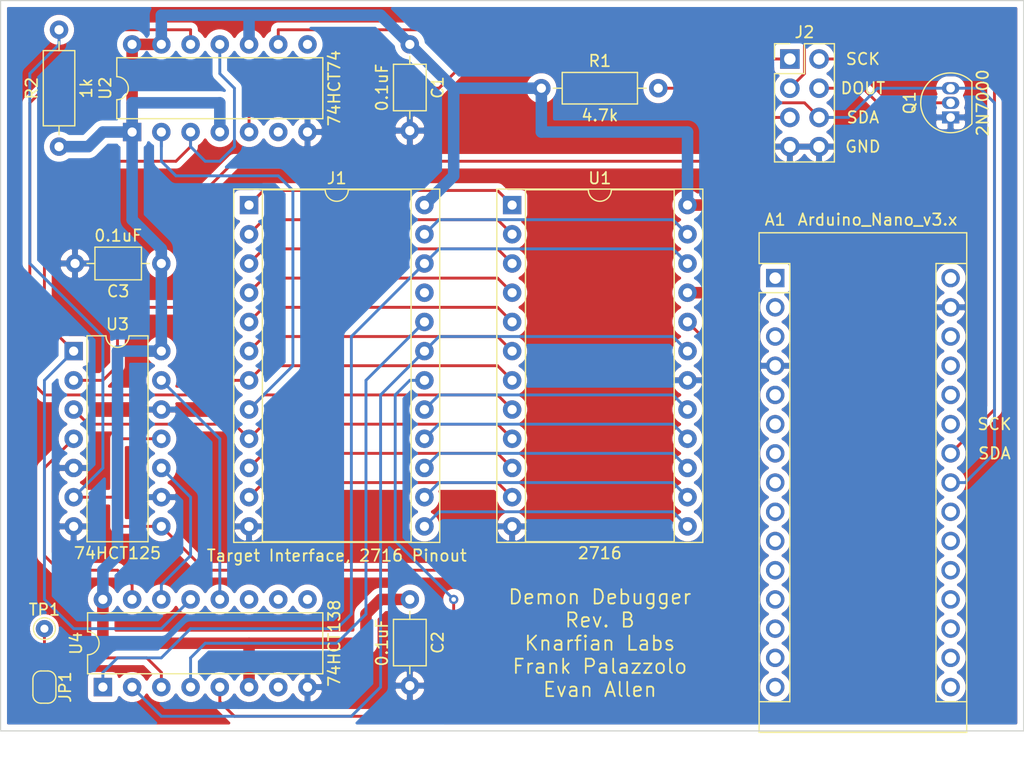
<source format=kicad_pcb>
(kicad_pcb (version 20171130) (host pcbnew "(5.1.9)-1")
  (layers (0 F.Cu signal) (31 B.Cu signal) (34 B.Paste user) (35 F.Paste user) (36 B.SilkS user) (37 F.SilkS user) (38 B.Mask user) (39 F.Mask user) (44 Edge.Cuts user))
  (net 0 "")
  (net 1 GND)
  (net 2 /SDA)
  (net 3 +5V)
  (net 4 /A8)
  (net 5 /D2)
  (net 6 /A9)
  (net 7 /D1)
  (net 8 /D0)
  (net 9 "Net-(J1-Pad20)")
  (net 10 /A0)
  (net 11 /A10)
  (net 12 /A1)
  (net 13 /A2)
  (net 14 /D7)
  (net 15 /A3)
  (net 16 /D6)
  (net 17 /A4)
  (net 18 /D5)
  (net 19 /A5)
  (net 20 /D4)
  (net 21 /A6)
  (net 22 /D3)
  (net 23 /A7)
  (net 24 "Net-(U2-Pad11)")
  (net 25 "Net-(U3-Pad4)")
  (net 26 "Net-(U3-Pad13)")
  (net 27 "Net-(R2-Pad2)")
  (net 28 "Net-(U3-Pad10)")
  (net 29 "Net-(JP1-Pad1)")
  (net 30 /SCL)
  (net 31 "Net-(J1-Pad18)")
  (net 32 "Net-(J2-Pad5)")
  (net 33 /DOUT)
  (net 34 "Net-(J2-Pad3)")
  (net 35 "Net-(J2-Pad1)")
  (module Resistor_THT:R_Axial_DIN0207_L6.3mm_D2.5mm_P10.16mm_Horizontal (layer F.Cu) (at 85.09 45.72)
    (fp_text reference R1 (at 5.08 -2.37) (layer F.SilkS))
    (fp_text value 4.7k (at 5.08 2.37) (layer F.SilkS))
    (fp_line (start 9.12 0) (end 8.35 0) (layer F.SilkS) (width 0.12))
    (fp_line (start 1.04 0) (end 1.81 0) (layer F.SilkS) (width 0.12))
    (fp_line (start 8.35 -1.37) (end 1.81 -1.37) (layer F.SilkS) (width 0.12))
    (fp_line (start 8.35 1.37) (end 8.35 -1.37) (layer F.SilkS) (width 0.12))
    (fp_line (start 1.81 1.37) (end 8.35 1.37) (layer F.SilkS) (width 0.12))
    (fp_line (start 1.81 -1.37) (end 1.81 1.37) (layer F.SilkS) (width 0.12))
    (pad 2 thru_hole oval (at 10.16 0) (size 1.6 1.6) (drill 0.8) (layers *.Cu *.Mask) (net 2 /SDA))
    (pad 1 thru_hole circle (at 0 0) (size 1.6 1.6) (drill 0.8) (layers *.Cu *.Mask) (net 3 +5V))
  )
  (module Package_DIP:DIP-14_W7.62mm (layer F.Cu) (at 49.53 49.53 90)
    (fp_text reference U2 (at 3.81 -2.33 90) (layer F.SilkS))
    (fp_text value 74HCT74 (at 3.81 17.57 90) (layer F.SilkS))
    (fp_line (start 6.46 -1.33) (end 4.81 -1.33) (layer F.SilkS) (width 0.12))
    (fp_line (start 6.46 16.57) (end 6.46 -1.33) (layer F.SilkS) (width 0.12))
    (fp_line (start 1.16 16.57) (end 6.46 16.57) (layer F.SilkS) (width 0.12))
    (fp_line (start 1.16 -1.33) (end 1.16 16.57) (layer F.SilkS) (width 0.12))
    (fp_line (start 2.81 -1.33) (end 1.16 -1.33) (layer F.SilkS) (width 0.12))
    (fp_arc (start 3.81 -1.33) (end 2.81 -1.33) (angle -180) (layer F.SilkS) (width 0.12))
    (pad 14 thru_hole oval (at 7.62 0 90) (size 1.6 1.6) (drill 0.8) (layers *.Cu *.Mask) (net 3 +5V))
    (pad 7 thru_hole oval (at 0 15.24 90) (size 1.6 1.6) (drill 0.8) (layers *.Cu *.Mask) (net 1 GND))
    (pad 13 thru_hole oval (at 7.62 2.54 90) (size 1.6 1.6) (drill 0.8) (layers *.Cu *.Mask) (net 3 +5V))
    (pad 6 thru_hole oval (at 0 12.7 90) (size 1.6 1.6) (drill 0.8) (layers *.Cu *.Mask))
    (pad 12 thru_hole oval (at 7.62 5.08 90) (size 1.6 1.6) (drill 0.8) (layers *.Cu *.Mask) (net 12 /A1))
    (pad 5 thru_hole oval (at 0 10.16 90) (size 1.6 1.6) (drill 0.8) (layers *.Cu *.Mask) (net 35 "Net-(J2-Pad1)"))
    (pad 11 thru_hole oval (at 7.62 7.62 90) (size 1.6 1.6) (drill 0.8) (layers *.Cu *.Mask) (net 24 "Net-(U2-Pad11)"))
    (pad 4 thru_hole oval (at 0 7.62 90) (size 1.6 1.6) (drill 0.8) (layers *.Cu *.Mask) (net 3 +5V))
    (pad 10 thru_hole oval (at 7.62 10.16 90) (size 1.6 1.6) (drill 0.8) (layers *.Cu *.Mask) (net 3 +5V))
    (pad 3 thru_hole oval (at 0 5.08 90) (size 1.6 1.6) (drill 0.8) (layers *.Cu *.Mask) (net 24 "Net-(U2-Pad11)"))
    (pad 9 thru_hole oval (at 7.62 12.7 90) (size 1.6 1.6) (drill 0.8) (layers *.Cu *.Mask) (net 34 "Net-(J2-Pad3)"))
    (pad 2 thru_hole oval (at 0 2.54 90) (size 1.6 1.6) (drill 0.8) (layers *.Cu *.Mask) (net 10 /A0))
    (pad 8 thru_hole oval (at 7.62 15.24 90) (size 1.6 1.6) (drill 0.8) (layers *.Cu *.Mask))
    (pad 1 thru_hole rect (at 0 0 90) (size 1.6 1.6) (drill 0.8) (layers *.Cu *.Mask) (net 3 +5V))
  )
  (module Connector_PinHeader_2.54mm:PinHeader_2x04_P2.54mm_Vertical (layer F.Cu) (at 106.68 43.18)
    (fp_text reference J2 (at 1.27 -2.33) (layer F.SilkS))
    (fp_text value "Jumper Block")
    (fp_line (start -1.33 -1.33) (end 0 -1.33) (layer F.SilkS) (width 0.12))
    (fp_line (start -1.33 0) (end -1.33 -1.33) (layer F.SilkS) (width 0.12))
    (fp_line (start 1.27 -1.33) (end 3.87 -1.33) (layer F.SilkS) (width 0.12))
    (fp_line (start 1.27 1.27) (end 1.27 -1.33) (layer F.SilkS) (width 0.12))
    (fp_line (start -1.33 1.27) (end 1.27 1.27) (layer F.SilkS) (width 0.12))
    (fp_line (start 3.87 -1.33) (end 3.87 8.95) (layer F.SilkS) (width 0.12))
    (fp_line (start -1.33 1.27) (end -1.33 8.95) (layer F.SilkS) (width 0.12))
    (fp_line (start -1.33 8.95) (end 3.87 8.95) (layer F.SilkS) (width 0.12))
    (pad 8 thru_hole oval (at 2.54 7.62) (size 1.7 1.7) (drill 1) (layers *.Cu *.Mask) (net 1 GND))
    (pad 7 thru_hole oval (at 0 7.62) (size 1.7 1.7) (drill 1) (layers *.Cu *.Mask) (net 1 GND))
    (pad 6 thru_hole oval (at 2.54 5.08) (size 1.7 1.7) (drill 1) (layers *.Cu *.Mask) (net 2 /SDA))
    (pad 5 thru_hole oval (at 0 5.08) (size 1.7 1.7) (drill 1) (layers *.Cu *.Mask) (net 32 "Net-(J2-Pad5)"))
    (pad 4 thru_hole oval (at 2.54 2.54) (size 1.7 1.7) (drill 1) (layers *.Cu *.Mask) (net 33 /DOUT))
    (pad 3 thru_hole oval (at 0 2.54) (size 1.7 1.7) (drill 1) (layers *.Cu *.Mask) (net 34 "Net-(J2-Pad3)"))
    (pad 2 thru_hole oval (at 2.54 0) (size 1.7 1.7) (drill 1) (layers *.Cu *.Mask) (net 30 /SCL))
    (pad 1 thru_hole rect (at 0 0) (size 1.7 1.7) (drill 1) (layers *.Cu *.Mask) (net 35 "Net-(J2-Pad1)"))
  )
  (module Package_DIP:DIP-16_W7.62mm (layer F.Cu) (at 46.99 97.79 90)
    (fp_text reference U4 (at 3.81 -2.33 90) (layer F.SilkS))
    (fp_text value 74HCT138 (at 3.81 20.11 90) (layer F.SilkS))
    (fp_line (start 6.46 -1.33) (end 4.81 -1.33) (layer F.SilkS) (width 0.12))
    (fp_line (start 6.46 19.11) (end 6.46 -1.33) (layer F.SilkS) (width 0.12))
    (fp_line (start 1.16 19.11) (end 6.46 19.11) (layer F.SilkS) (width 0.12))
    (fp_line (start 1.16 -1.33) (end 1.16 19.11) (layer F.SilkS) (width 0.12))
    (fp_line (start 2.81 -1.33) (end 1.16 -1.33) (layer F.SilkS) (width 0.12))
    (fp_arc (start 3.81 -1.33) (end 2.81 -1.33) (angle -180) (layer F.SilkS) (width 0.12))
    (pad 16 thru_hole oval (at 7.62 0 90) (size 1.6 1.6) (drill 0.8) (layers *.Cu *.Mask) (net 3 +5V))
    (pad 8 thru_hole oval (at 0 17.78 90) (size 1.6 1.6) (drill 0.8) (layers *.Cu *.Mask) (net 1 GND))
    (pad 15 thru_hole oval (at 7.62 2.54 90) (size 1.6 1.6) (drill 0.8) (layers *.Cu *.Mask) (net 25 "Net-(U3-Pad4)"))
    (pad 7 thru_hole oval (at 0 15.24 90) (size 1.6 1.6) (drill 0.8) (layers *.Cu *.Mask))
    (pad 14 thru_hole oval (at 7.62 5.08 90) (size 1.6 1.6) (drill 0.8) (layers *.Cu *.Mask) (net 28 "Net-(U3-Pad10)"))
    (pad 6 thru_hole oval (at 0 12.7 90) (size 1.6 1.6) (drill 0.8) (layers *.Cu *.Mask) (net 3 +5V))
    (pad 13 thru_hole oval (at 7.62 7.62 90) (size 1.6 1.6) (drill 0.8) (layers *.Cu *.Mask) (net 24 "Net-(U2-Pad11)"))
    (pad 5 thru_hole oval (at 0 10.16 90) (size 1.6 1.6) (drill 0.8) (layers *.Cu *.Mask) (net 31 "Net-(J1-Pad18)"))
    (pad 12 thru_hole oval (at 7.62 10.16 90) (size 1.6 1.6) (drill 0.8) (layers *.Cu *.Mask) (net 26 "Net-(U3-Pad13)"))
    (pad 4 thru_hole oval (at 0 7.62 90) (size 1.6 1.6) (drill 0.8) (layers *.Cu *.Mask) (net 9 "Net-(J1-Pad20)"))
    (pad 11 thru_hole oval (at 7.62 12.7 90) (size 1.6 1.6) (drill 0.8) (layers *.Cu *.Mask))
    (pad 3 thru_hole oval (at 0 5.08 90) (size 1.6 1.6) (drill 0.8) (layers *.Cu *.Mask) (net 29 "Net-(JP1-Pad1)"))
    (pad 10 thru_hole oval (at 7.62 15.24 90) (size 1.6 1.6) (drill 0.8) (layers *.Cu *.Mask))
    (pad 2 thru_hole oval (at 0 2.54 90) (size 1.6 1.6) (drill 0.8) (layers *.Cu *.Mask) (net 11 /A10))
    (pad 9 thru_hole oval (at 7.62 17.78 90) (size 1.6 1.6) (drill 0.8) (layers *.Cu *.Mask))
    (pad 1 thru_hole rect (at 0 0 90) (size 1.6 1.6) (drill 0.8) (layers *.Cu *.Mask) (net 6 /A9))
  )
  (module TestPoint:TestPoint_THTPad_D1.5mm_Drill0.7mm (layer F.Cu) (at 41.91 92.71)
    (fp_text reference TP1 (at 0 -1.648) (layer F.SilkS))
    (fp_text value TestPoint)
    (fp_circle (center 0 0) (end 0 0.95) (layer F.SilkS) (width 0.12))
    (pad 1 thru_hole circle (at 0 0) (size 1.5 1.5) (drill 0.7) (layers *.Cu *.Mask) (net 29 "Net-(JP1-Pad1)"))
  )
  (module Jumper:SolderJumper-2_P1.3mm_Bridged_RoundedPad1.0x1.5mm (layer F.Cu) (at 41.91 97.79 270)
    (fp_text reference JP1 (at 0 -1.8 90) (layer F.SilkS))
    (fp_text value SolderJumper)
    (fp_poly (pts (xy 0.25 -0.3) (xy -0.25 -0.3) (xy -0.25 0.3) (xy 0.25 0.3)) (layer F.Cu) (width 0))
    (fp_line (start -0.7 -1) (end 0.7 -1) (layer F.SilkS) (width 0.12))
    (fp_line (start 1.4 -0.3) (end 1.4 0.3) (layer F.SilkS) (width 0.12))
    (fp_line (start 0.7 1) (end -0.7 1) (layer F.SilkS) (width 0.12))
    (fp_line (start -1.4 0.3) (end -1.4 -0.3) (layer F.SilkS) (width 0.12))
    (fp_arc (start -0.7 -0.3) (end -0.7 -1) (angle -90) (layer F.SilkS) (width 0.12))
    (fp_arc (start -0.7 0.3) (end -1.4 0.3) (angle -90) (layer F.SilkS) (width 0.12))
    (fp_arc (start 0.7 0.3) (end 0.7 1) (angle -90) (layer F.SilkS) (width 0.12))
    (fp_arc (start 0.7 -0.3) (end 1.4 -0.3) (angle -90) (layer F.SilkS) (width 0.12))
    (pad 1 smd custom (at -0.65 0 270) (size 1 0.5) (layers F.Cu F.Mask) (net 29 "Net-(JP1-Pad1)") (options (clearance outline) (anchor rect)) (primitives (gr_circle (center 0 0.25) (end 0.5 0.25) (width 0)) (gr_circle (center 0 -0.25) (end 0.5 -0.25) (width 0)) (gr_poly (pts (xy 0 -0.75) (xy 0.5 -0.75) (xy 0.5 0.75) (xy 0 0.75)) (width 0))))
    (pad 2 smd custom (at 0.65 0 270) (size 1 0.5) (layers F.Cu F.Mask) (net 1 GND) (options (clearance outline) (anchor rect)) (primitives (gr_circle (center 0 0.25) (end 0.5 0.25) (width 0)) (gr_circle (center 0 -0.25) (end 0.5 -0.25) (width 0)) (gr_poly (pts (xy 0 -0.75) (xy -0.5 -0.75) (xy -0.5 0.75) (xy 0 0.75)) (width 0))))
  )
  (module Package_DIP:DIP-24_W15.24mm_Socket (layer F.Cu) (at 82.55 55.88)
    (fp_text reference U1 (at 7.62 -2.33) (layer F.SilkS))
    (fp_text value 2716 (at 7.62 30.27) (layer F.SilkS))
    (fp_line (start 16.57 -1.39) (end -1.33 -1.39) (layer F.SilkS) (width 0.12))
    (fp_line (start 16.57 29.33) (end 16.57 -1.39) (layer F.SilkS) (width 0.12))
    (fp_line (start -1.33 29.33) (end 16.57 29.33) (layer F.SilkS) (width 0.12))
    (fp_line (start -1.33 -1.39) (end -1.33 29.33) (layer F.SilkS) (width 0.12))
    (fp_line (start 14.08 -1.33) (end 8.62 -1.33) (layer F.SilkS) (width 0.12))
    (fp_line (start 14.08 29.27) (end 14.08 -1.33) (layer F.SilkS) (width 0.12))
    (fp_line (start 1.16 29.27) (end 14.08 29.27) (layer F.SilkS) (width 0.12))
    (fp_line (start 1.16 -1.33) (end 1.16 29.27) (layer F.SilkS) (width 0.12))
    (fp_line (start 6.62 -1.33) (end 1.16 -1.33) (layer F.SilkS) (width 0.12))
    (fp_arc (start 7.62 -1.33) (end 6.62 -1.33) (angle -180) (layer F.SilkS) (width 0.12))
    (pad 24 thru_hole oval (at 15.24 0) (size 1.6 1.6) (drill 0.8) (layers *.Cu *.Mask) (net 3 +5V))
    (pad 12 thru_hole oval (at 0 27.94) (size 1.6 1.6) (drill 0.8) (layers *.Cu *.Mask) (net 1 GND))
    (pad 23 thru_hole oval (at 15.24 2.54) (size 1.6 1.6) (drill 0.8) (layers *.Cu *.Mask) (net 4 /A8))
    (pad 11 thru_hole oval (at 0 25.4) (size 1.6 1.6) (drill 0.8) (layers *.Cu *.Mask) (net 5 /D2))
    (pad 22 thru_hole oval (at 15.24 5.08) (size 1.6 1.6) (drill 0.8) (layers *.Cu *.Mask) (net 6 /A9))
    (pad 10 thru_hole oval (at 0 22.86) (size 1.6 1.6) (drill 0.8) (layers *.Cu *.Mask) (net 7 /D1))
    (pad 21 thru_hole oval (at 15.24 7.62) (size 1.6 1.6) (drill 0.8) (layers *.Cu *.Mask) (net 3 +5V))
    (pad 9 thru_hole oval (at 0 20.32) (size 1.6 1.6) (drill 0.8) (layers *.Cu *.Mask) (net 8 /D0))
    (pad 20 thru_hole oval (at 15.24 10.16) (size 1.6 1.6) (drill 0.8) (layers *.Cu *.Mask) (net 27 "Net-(R2-Pad2)"))
    (pad 8 thru_hole oval (at 0 17.78) (size 1.6 1.6) (drill 0.8) (layers *.Cu *.Mask) (net 10 /A0))
    (pad 19 thru_hole oval (at 15.24 12.7) (size 1.6 1.6) (drill 0.8) (layers *.Cu *.Mask) (net 11 /A10))
    (pad 7 thru_hole oval (at 0 15.24) (size 1.6 1.6) (drill 0.8) (layers *.Cu *.Mask) (net 12 /A1))
    (pad 18 thru_hole oval (at 15.24 15.24) (size 1.6 1.6) (drill 0.8) (layers *.Cu *.Mask) (net 1 GND))
    (pad 6 thru_hole oval (at 0 12.7) (size 1.6 1.6) (drill 0.8) (layers *.Cu *.Mask) (net 13 /A2))
    (pad 17 thru_hole oval (at 15.24 17.78) (size 1.6 1.6) (drill 0.8) (layers *.Cu *.Mask) (net 14 /D7))
    (pad 5 thru_hole oval (at 0 10.16) (size 1.6 1.6) (drill 0.8) (layers *.Cu *.Mask) (net 15 /A3))
    (pad 16 thru_hole oval (at 15.24 20.32) (size 1.6 1.6) (drill 0.8) (layers *.Cu *.Mask) (net 16 /D6))
    (pad 4 thru_hole oval (at 0 7.62) (size 1.6 1.6) (drill 0.8) (layers *.Cu *.Mask) (net 17 /A4))
    (pad 15 thru_hole oval (at 15.24 22.86) (size 1.6 1.6) (drill 0.8) (layers *.Cu *.Mask) (net 18 /D5))
    (pad 3 thru_hole oval (at 0 5.08) (size 1.6 1.6) (drill 0.8) (layers *.Cu *.Mask) (net 19 /A5))
    (pad 14 thru_hole oval (at 15.24 25.4) (size 1.6 1.6) (drill 0.8) (layers *.Cu *.Mask) (net 20 /D4))
    (pad 2 thru_hole oval (at 0 2.54) (size 1.6 1.6) (drill 0.8) (layers *.Cu *.Mask) (net 21 /A6))
    (pad 13 thru_hole oval (at 15.24 27.94) (size 1.6 1.6) (drill 0.8) (layers *.Cu *.Mask) (net 22 /D3))
    (pad 1 thru_hole rect (at 0 0) (size 1.6 1.6) (drill 0.8) (layers *.Cu *.Mask) (net 23 /A7))
  )
  (module Capacitor_THT:C_Axial_L3.8mm_D2.6mm_P7.50mm_Horizontal (layer F.Cu) (at 52.07 60.96 180)
    (fp_text reference C3 (at 3.75 -2.42) (layer F.SilkS))
    (fp_text value 0.1uF (at 3.75 2.42) (layer F.SilkS))
    (fp_line (start 6.46 0) (end 5.77 0) (layer F.SilkS) (width 0.12))
    (fp_line (start 1.04 0) (end 1.73 0) (layer F.SilkS) (width 0.12))
    (fp_line (start 5.77 -1.42) (end 1.73 -1.42) (layer F.SilkS) (width 0.12))
    (fp_line (start 5.77 1.42) (end 5.77 -1.42) (layer F.SilkS) (width 0.12))
    (fp_line (start 1.73 1.42) (end 5.77 1.42) (layer F.SilkS) (width 0.12))
    (fp_line (start 1.73 -1.42) (end 1.73 1.42) (layer F.SilkS) (width 0.12))
    (pad 2 thru_hole oval (at 7.5 0 180) (size 1.6 1.6) (drill 0.8) (layers *.Cu *.Mask) (net 1 GND))
    (pad 1 thru_hole circle (at 0 0 180) (size 1.6 1.6) (drill 0.8) (layers *.Cu *.Mask) (net 3 +5V))
  )
  (module Capacitor_THT:C_Axial_L3.8mm_D2.6mm_P7.50mm_Horizontal (layer F.Cu) (at 73.66 90.17 270)
    (fp_text reference C2 (at 3.75 -2.42 90) (layer F.SilkS))
    (fp_text value 0.1uF (at 3.75 2.42 90) (layer F.SilkS))
    (fp_line (start 6.46 0) (end 5.77 0) (layer F.SilkS) (width 0.12))
    (fp_line (start 1.04 0) (end 1.73 0) (layer F.SilkS) (width 0.12))
    (fp_line (start 5.77 -1.42) (end 1.73 -1.42) (layer F.SilkS) (width 0.12))
    (fp_line (start 5.77 1.42) (end 5.77 -1.42) (layer F.SilkS) (width 0.12))
    (fp_line (start 1.73 1.42) (end 5.77 1.42) (layer F.SilkS) (width 0.12))
    (fp_line (start 1.73 -1.42) (end 1.73 1.42) (layer F.SilkS) (width 0.12))
    (pad 2 thru_hole oval (at 7.5 0 270) (size 1.6 1.6) (drill 0.8) (layers *.Cu *.Mask) (net 1 GND))
    (pad 1 thru_hole circle (at 0 0 270) (size 1.6 1.6) (drill 0.8) (layers *.Cu *.Mask) (net 3 +5V))
  )
  (module Capacitor_THT:C_Axial_L3.8mm_D2.6mm_P7.50mm_Horizontal (layer F.Cu) (at 73.66 41.91 270)
    (fp_text reference C1 (at 3.75 -2.42 90) (layer F.SilkS))
    (fp_text value 0.1uF (at 3.75 2.42 90) (layer F.SilkS))
    (fp_line (start 6.46 0) (end 5.77 0) (layer F.SilkS) (width 0.12))
    (fp_line (start 1.04 0) (end 1.73 0) (layer F.SilkS) (width 0.12))
    (fp_line (start 5.77 -1.42) (end 1.73 -1.42) (layer F.SilkS) (width 0.12))
    (fp_line (start 5.77 1.42) (end 5.77 -1.42) (layer F.SilkS) (width 0.12))
    (fp_line (start 1.73 1.42) (end 5.77 1.42) (layer F.SilkS) (width 0.12))
    (fp_line (start 1.73 -1.42) (end 1.73 1.42) (layer F.SilkS) (width 0.12))
    (pad 2 thru_hole oval (at 7.5 0 270) (size 1.6 1.6) (drill 0.8) (layers *.Cu *.Mask) (net 1 GND))
    (pad 1 thru_hole circle (at 0 0 270) (size 1.6 1.6) (drill 0.8) (layers *.Cu *.Mask) (net 3 +5V))
  )
  (module Resistor_THT:R_Axial_DIN0207_L6.3mm_D2.5mm_P10.16mm_Horizontal (layer F.Cu) (at 43.18 50.8 90)
    (fp_text reference R2 (at 5.08 -2.37 90) (layer F.SilkS))
    (fp_text value 1k (at 5.08 2.37 90) (layer F.SilkS))
    (fp_line (start 9.12 0) (end 8.35 0) (layer F.SilkS) (width 0.12))
    (fp_line (start 1.04 0) (end 1.81 0) (layer F.SilkS) (width 0.12))
    (fp_line (start 8.35 -1.37) (end 1.81 -1.37) (layer F.SilkS) (width 0.12))
    (fp_line (start 8.35 1.37) (end 8.35 -1.37) (layer F.SilkS) (width 0.12))
    (fp_line (start 1.81 1.37) (end 8.35 1.37) (layer F.SilkS) (width 0.12))
    (fp_line (start 1.81 -1.37) (end 1.81 1.37) (layer F.SilkS) (width 0.12))
    (pad 2 thru_hole oval (at 10.16 0 90) (size 1.6 1.6) (drill 0.8) (layers *.Cu *.Mask) (net 27 "Net-(R2-Pad2)"))
    (pad 1 thru_hole circle (at 0 0 90) (size 1.6 1.6) (drill 0.8) (layers *.Cu *.Mask) (net 3 +5V))
  )
  (module Package_TO_SOT_THT:TO-92_Inline (layer F.Cu) (at 120.65 48.26 90)
    (fp_text reference Q1 (at 1.27 -3.56 90) (layer F.SilkS))
    (fp_text value 2N7000 (at 1.27 2.79 90) (layer F.SilkS))
    (fp_line (start -0.53 1.85) (end 3.07 1.85) (layer F.SilkS) (width 0.12))
    (fp_arc (start 1.27 0) (end 1.27 -2.6) (angle 135) (layer F.SilkS) (width 0.12))
    (fp_arc (start 1.27 0) (end 1.27 -2.6) (angle -135) (layer F.SilkS) (width 0.12))
    (pad 1 thru_hole rect (at 0 0 90) (size 1.05 1.5) (drill 0.75) (layers *.Cu *.Mask) (net 1 GND))
    (pad 3 thru_hole oval (at 2.54 0 90) (size 1.05 1.5) (drill 0.75) (layers *.Cu *.Mask) (net 2 /SDA))
    (pad 2 thru_hole oval (at 1.27 0 90) (size 1.05 1.5) (drill 0.75) (layers *.Cu *.Mask) (net 33 /DOUT))
  )
  (module Package_DIP:DIP-14_W7.62mm (layer F.Cu) (at 44.45 68.58)
    (fp_text reference U3 (at 3.81 -2.33) (layer F.SilkS))
    (fp_text value 74HCT125 (at 3.81 17.57) (layer F.SilkS))
    (fp_line (start 6.46 -1.33) (end 4.81 -1.33) (layer F.SilkS) (width 0.12))
    (fp_line (start 6.46 16.57) (end 6.46 -1.33) (layer F.SilkS) (width 0.12))
    (fp_line (start 1.16 16.57) (end 6.46 16.57) (layer F.SilkS) (width 0.12))
    (fp_line (start 1.16 -1.33) (end 1.16 16.57) (layer F.SilkS) (width 0.12))
    (fp_line (start 2.81 -1.33) (end 1.16 -1.33) (layer F.SilkS) (width 0.12))
    (fp_arc (start 3.81 -1.33) (end 2.81 -1.33) (angle -180) (layer F.SilkS) (width 0.12))
    (pad 14 thru_hole oval (at 7.62 0) (size 1.6 1.6) (drill 0.8) (layers *.Cu *.Mask) (net 3 +5V))
    (pad 7 thru_hole oval (at 0 15.24) (size 1.6 1.6) (drill 0.8) (layers *.Cu *.Mask) (net 1 GND))
    (pad 13 thru_hole oval (at 7.62 2.54) (size 1.6 1.6) (drill 0.8) (layers *.Cu *.Mask) (net 26 "Net-(U3-Pad13)"))
    (pad 6 thru_hole oval (at 0 12.7) (size 1.6 1.6) (drill 0.8) (layers *.Cu *.Mask) (net 27 "Net-(R2-Pad2)"))
    (pad 12 thru_hole oval (at 7.62 5.08) (size 1.6 1.6) (drill 0.8) (layers *.Cu *.Mask) (net 1 GND))
    (pad 5 thru_hole oval (at 0 10.16) (size 1.6 1.6) (drill 0.8) (layers *.Cu *.Mask) (net 1 GND))
    (pad 11 thru_hole oval (at 7.62 7.62) (size 1.6 1.6) (drill 0.8) (layers *.Cu *.Mask) (net 27 "Net-(R2-Pad2)"))
    (pad 4 thru_hole oval (at 0 7.62) (size 1.6 1.6) (drill 0.8) (layers *.Cu *.Mask) (net 25 "Net-(U3-Pad4)"))
    (pad 10 thru_hole oval (at 7.62 10.16) (size 1.6 1.6) (drill 0.8) (layers *.Cu *.Mask) (net 28 "Net-(U3-Pad10)"))
    (pad 3 thru_hole oval (at 0 5.08) (size 1.6 1.6) (drill 0.8) (layers *.Cu *.Mask) (net 8 /D0))
    (pad 9 thru_hole oval (at 7.62 12.7) (size 1.6 1.6) (drill 0.8) (layers *.Cu *.Mask) (net 1 GND))
    (pad 2 thru_hole oval (at 0 2.54) (size 1.6 1.6) (drill 0.8) (layers *.Cu *.Mask) (net 32 "Net-(J2-Pad5)"))
    (pad 8 thru_hole oval (at 7.62 15.24) (size 1.6 1.6) (drill 0.8) (layers *.Cu *.Mask) (net 27 "Net-(R2-Pad2)"))
    (pad 1 thru_hole rect (at 0 0) (size 1.6 1.6) (drill 0.8) (layers *.Cu *.Mask) (net 24 "Net-(U2-Pad11)"))
  )
  (module Package_DIP:DIP-24_W15.24mm_Socket (layer F.Cu) (at 59.69 55.88)
    (fp_text reference J1 (at 7.62 -2.33) (layer F.SilkS))
    (fp_text value "Target Interface, 2716 Pinout" (at 7.62 30.48) (layer F.SilkS))
    (fp_line (start 16.57 -1.39) (end -1.33 -1.39) (layer F.SilkS) (width 0.12))
    (fp_line (start 16.57 29.33) (end 16.57 -1.39) (layer F.SilkS) (width 0.12))
    (fp_line (start -1.33 29.33) (end 16.57 29.33) (layer F.SilkS) (width 0.12))
    (fp_line (start -1.33 -1.39) (end -1.33 29.33) (layer F.SilkS) (width 0.12))
    (fp_line (start 14.08 -1.33) (end 8.62 -1.33) (layer F.SilkS) (width 0.12))
    (fp_line (start 14.08 29.27) (end 14.08 -1.33) (layer F.SilkS) (width 0.12))
    (fp_line (start 1.16 29.27) (end 14.08 29.27) (layer F.SilkS) (width 0.12))
    (fp_line (start 1.16 -1.33) (end 1.16 29.27) (layer F.SilkS) (width 0.12))
    (fp_line (start 6.62 -1.33) (end 1.16 -1.33) (layer F.SilkS) (width 0.12))
    (fp_arc (start 7.62 -1.33) (end 6.62 -1.33) (angle -180) (layer F.SilkS) (width 0.12))
    (pad 24 thru_hole oval (at 15.24 0) (size 1.6 1.6) (drill 0.8) (layers *.Cu *.Mask) (net 3 +5V))
    (pad 12 thru_hole oval (at 0 27.94) (size 1.6 1.6) (drill 0.8) (layers *.Cu *.Mask) (net 1 GND))
    (pad 23 thru_hole oval (at 15.24 2.54) (size 1.6 1.6) (drill 0.8) (layers *.Cu *.Mask) (net 4 /A8))
    (pad 11 thru_hole oval (at 0 25.4) (size 1.6 1.6) (drill 0.8) (layers *.Cu *.Mask) (net 5 /D2))
    (pad 22 thru_hole oval (at 15.24 5.08) (size 1.6 1.6) (drill 0.8) (layers *.Cu *.Mask) (net 6 /A9))
    (pad 10 thru_hole oval (at 0 22.86) (size 1.6 1.6) (drill 0.8) (layers *.Cu *.Mask) (net 7 /D1))
    (pad 21 thru_hole oval (at 15.24 7.62) (size 1.6 1.6) (drill 0.8) (layers *.Cu *.Mask))
    (pad 9 thru_hole oval (at 0 20.32) (size 1.6 1.6) (drill 0.8) (layers *.Cu *.Mask) (net 8 /D0))
    (pad 20 thru_hole oval (at 15.24 10.16) (size 1.6 1.6) (drill 0.8) (layers *.Cu *.Mask) (net 9 "Net-(J1-Pad20)"))
    (pad 8 thru_hole oval (at 0 17.78) (size 1.6 1.6) (drill 0.8) (layers *.Cu *.Mask) (net 10 /A0))
    (pad 19 thru_hole oval (at 15.24 12.7) (size 1.6 1.6) (drill 0.8) (layers *.Cu *.Mask) (net 11 /A10))
    (pad 7 thru_hole oval (at 0 15.24) (size 1.6 1.6) (drill 0.8) (layers *.Cu *.Mask) (net 12 /A1))
    (pad 18 thru_hole oval (at 15.24 15.24) (size 1.6 1.6) (drill 0.8) (layers *.Cu *.Mask) (net 31 "Net-(J1-Pad18)"))
    (pad 6 thru_hole oval (at 0 12.7) (size 1.6 1.6) (drill 0.8) (layers *.Cu *.Mask) (net 13 /A2))
    (pad 17 thru_hole oval (at 15.24 17.78) (size 1.6 1.6) (drill 0.8) (layers *.Cu *.Mask) (net 14 /D7))
    (pad 5 thru_hole oval (at 0 10.16) (size 1.6 1.6) (drill 0.8) (layers *.Cu *.Mask) (net 15 /A3))
    (pad 16 thru_hole oval (at 15.24 20.32) (size 1.6 1.6) (drill 0.8) (layers *.Cu *.Mask) (net 16 /D6))
    (pad 4 thru_hole oval (at 0 7.62) (size 1.6 1.6) (drill 0.8) (layers *.Cu *.Mask) (net 17 /A4))
    (pad 15 thru_hole oval (at 15.24 22.86) (size 1.6 1.6) (drill 0.8) (layers *.Cu *.Mask) (net 18 /D5))
    (pad 3 thru_hole oval (at 0 5.08) (size 1.6 1.6) (drill 0.8) (layers *.Cu *.Mask) (net 19 /A5))
    (pad 14 thru_hole oval (at 15.24 25.4) (size 1.6 1.6) (drill 0.8) (layers *.Cu *.Mask) (net 20 /D4))
    (pad 2 thru_hole oval (at 0 2.54) (size 1.6 1.6) (drill 0.8) (layers *.Cu *.Mask) (net 21 /A6))
    (pad 13 thru_hole oval (at 15.24 27.94) (size 1.6 1.6) (drill 0.8) (layers *.Cu *.Mask) (net 22 /D3))
    (pad 1 thru_hole rect (at 0 0) (size 1.6 1.6) (drill 0.8) (layers *.Cu *.Mask) (net 23 /A7))
  )
  (module Module:Arduino_Nano (layer F.Cu) (at 105.41 62.23)
    (fp_text reference A1 (at 0 -5.08) (layer F.SilkS))
    (fp_text value Arduino_Nano_v3.x (at 8.89 -5.08 180) (layer F.SilkS))
    (fp_line (start 16.64 -3.94) (end -1.4 -3.94) (layer F.SilkS) (width 0.12))
    (fp_line (start 16.64 39.5) (end 16.64 -3.94) (layer F.SilkS) (width 0.12))
    (fp_line (start -1.4 39.5) (end 16.64 39.5) (layer F.SilkS) (width 0.12))
    (fp_line (start 1.27 36.83) (end -1.4 36.83) (layer F.SilkS) (width 0.12))
    (fp_line (start 1.27 1.27) (end 1.27 36.83) (layer F.SilkS) (width 0.12))
    (fp_line (start 1.27 1.27) (end -1.4 1.27) (layer F.SilkS) (width 0.12))
    (fp_line (start 13.97 36.83) (end 16.64 36.83) (layer F.SilkS) (width 0.12))
    (fp_line (start 13.97 -1.27) (end 13.97 36.83) (layer F.SilkS) (width 0.12))
    (fp_line (start 13.97 -1.27) (end 16.64 -1.27) (layer F.SilkS) (width 0.12))
    (fp_line (start -1.4 -3.94) (end -1.4 -1.27) (layer F.SilkS) (width 0.12))
    (fp_line (start -1.4 1.27) (end -1.4 39.5) (layer F.SilkS) (width 0.12))
    (fp_line (start 1.27 -1.27) (end -1.4 -1.27) (layer F.SilkS) (width 0.12))
    (fp_line (start 1.27 1.27) (end 1.27 -1.27) (layer F.SilkS) (width 0.12))
    (pad 16 thru_hole oval (at 15.24 35.56) (size 1.6 1.6) (drill 1) (layers *.Cu *.Mask))
    (pad 15 thru_hole oval (at 0 35.56) (size 1.6 1.6) (drill 1) (layers *.Cu *.Mask))
    (pad 30 thru_hole oval (at 15.24 0) (size 1.6 1.6) (drill 1) (layers *.Cu *.Mask))
    (pad 14 thru_hole oval (at 0 33.02) (size 1.6 1.6) (drill 1) (layers *.Cu *.Mask))
    (pad 29 thru_hole oval (at 15.24 2.54) (size 1.6 1.6) (drill 1) (layers *.Cu *.Mask) (net 1 GND))
    (pad 13 thru_hole oval (at 0 30.48) (size 1.6 1.6) (drill 1) (layers *.Cu *.Mask))
    (pad 28 thru_hole oval (at 15.24 5.08) (size 1.6 1.6) (drill 1) (layers *.Cu *.Mask))
    (pad 12 thru_hole oval (at 0 27.94) (size 1.6 1.6) (drill 1) (layers *.Cu *.Mask))
    (pad 27 thru_hole oval (at 15.24 7.62) (size 1.6 1.6) (drill 1) (layers *.Cu *.Mask))
    (pad 11 thru_hole oval (at 0 25.4) (size 1.6 1.6) (drill 1) (layers *.Cu *.Mask))
    (pad 26 thru_hole oval (at 15.24 10.16) (size 1.6 1.6) (drill 1) (layers *.Cu *.Mask))
    (pad 10 thru_hole oval (at 0 22.86) (size 1.6 1.6) (drill 1) (layers *.Cu *.Mask))
    (pad 25 thru_hole oval (at 15.24 12.7) (size 1.6 1.6) (drill 1) (layers *.Cu *.Mask))
    (pad 9 thru_hole oval (at 0 20.32) (size 1.6 1.6) (drill 1) (layers *.Cu *.Mask))
    (pad 24 thru_hole oval (at 15.24 15.24) (size 1.6 1.6) (drill 1) (layers *.Cu *.Mask) (net 30 /SCL))
    (pad 8 thru_hole oval (at 0 17.78) (size 1.6 1.6) (drill 1) (layers *.Cu *.Mask))
    (pad 23 thru_hole oval (at 15.24 17.78) (size 1.6 1.6) (drill 1) (layers *.Cu *.Mask) (net 2 /SDA))
    (pad 7 thru_hole oval (at 0 15.24) (size 1.6 1.6) (drill 1) (layers *.Cu *.Mask))
    (pad 22 thru_hole oval (at 15.24 20.32) (size 1.6 1.6) (drill 1) (layers *.Cu *.Mask))
    (pad 6 thru_hole oval (at 0 12.7) (size 1.6 1.6) (drill 1) (layers *.Cu *.Mask))
    (pad 21 thru_hole oval (at 15.24 22.86) (size 1.6 1.6) (drill 1) (layers *.Cu *.Mask))
    (pad 5 thru_hole oval (at 0 10.16) (size 1.6 1.6) (drill 1) (layers *.Cu *.Mask))
    (pad 20 thru_hole oval (at 15.24 25.4) (size 1.6 1.6) (drill 1) (layers *.Cu *.Mask))
    (pad 4 thru_hole oval (at 0 7.62) (size 1.6 1.6) (drill 1) (layers *.Cu *.Mask) (net 1 GND))
    (pad 19 thru_hole oval (at 15.24 27.94) (size 1.6 1.6) (drill 1) (layers *.Cu *.Mask))
    (pad 3 thru_hole oval (at 0 5.08) (size 1.6 1.6) (drill 1) (layers *.Cu *.Mask))
    (pad 18 thru_hole oval (at 15.24 30.48) (size 1.6 1.6) (drill 1) (layers *.Cu *.Mask))
    (pad 2 thru_hole oval (at 0 2.54) (size 1.6 1.6) (drill 1) (layers *.Cu *.Mask))
    (pad 17 thru_hole oval (at 15.24 33.02) (size 1.6 1.6) (drill 1) (layers *.Cu *.Mask))
    (pad 1 thru_hole rect (at 0 0) (size 1.6 1.6) (drill 1) (layers *.Cu *.Mask))
  )
  (gr_text SDA (at 113.03 48.26) (layer F.SilkS) (effects (font (size 1 1))))
  (gr_text "Demon Debugger\nRev. B\nKnarfian Labs\nFrank Palazzolo\nEvan Allen" (at 90.17 93.98) (layer F.SilkS) (effects (font (size 1.25 1.25))))
  (gr_line (start 38.1 38.1) (end 127 38.1) (layer Edge.Cuts) (width 0.1))
  (gr_line (start 38.1 101.6) (end 127 101.6) (layer Edge.Cuts) (width 0.1))
  (gr_line (start 127 38.1) (end 127 101.6) (layer Edge.Cuts) (width 0.1))
  (gr_line (start 38.1 38.1) (end 38.1 101.6) (layer Edge.Cuts) (width 0.1))
  (gr_text GND (at 113.03 50.8) (layer F.SilkS) (effects (font (size 1 1))))
  (gr_text DOUT (at 113.03 45.72) (layer F.SilkS) (effects (font (size 1 1))))
  (gr_text SCK (at 113.03 43.18) (layer F.SilkS) (effects (font (size 1 1))))
  (gr_text SDA (at 124.46 77.47) (layer F.SilkS) (effects (font (size 1 1))))
  (gr_text SCK (at 124.46 74.93) (layer F.SilkS) (effects (font (size 1 1))))
  (segment (start 41.91 98.44) (end 43.8 98.44) (width 0.25) (layer F.Cu) (net 1))
  (segment (start 121.92 80.01) (end 120.65 80.01) (width 0.25) (layer B.Cu) (net 2))
  (segment (start 124.46 77.47) (end 121.92 80.01) (width 0.25) (layer B.Cu) (net 2))
  (segment (start 123.19 45.72) (end 124.46 46.99) (width 0.25) (layer B.Cu) (net 2))
  (segment (start 124.46 46.99) (end 124.46 77.47) (width 0.25) (layer B.Cu) (net 2))
  (segment (start 123.19 45.72) (end 118.11 45.72) (width 0.25) (layer B.Cu) (net 2))
  (segment (start 109.22 48.26) (end 111.76 48.26) (width 0.25) (layer B.Cu) (net 2))
  (segment (start 111.76 48.26) (end 114.3 45.72) (width 0.25) (layer B.Cu) (net 2))
  (segment (start 114.3 45.72) (end 118.11 45.72) (width 0.25) (layer B.Cu) (net 2))
  (segment (start 102.87 46.99) (end 107.95 46.99) (width 0.25) (layer F.Cu) (net 2))
  (segment (start 107.95 46.99) (end 109.22 48.26) (width 0.25) (layer F.Cu) (net 2))
  (segment (start 95.25 45.72) (end 101.6 45.72) (width 0.25) (layer F.Cu) (net 2))
  (segment (start 101.6 45.72) (end 102.87 46.99) (width 0.25) (layer F.Cu) (net 2))
  (segment (start 46.99 90.17) (end 46.99 87.63) (width 1) (layer B.Cu) (net 3))
  (segment (start 46.99 87.63) (end 48.26 86.36) (width 1) (layer B.Cu) (net 3))
  (segment (start 48.26 86.36) (end 48.26 68.58) (width 1) (layer B.Cu) (net 3))
  (segment (start 48.26 68.58) (end 52.07 68.58) (width 1) (layer B.Cu) (net 3))
  (segment (start 52.07 68.58) (end 52.07 60.96) (width 1) (layer B.Cu) (net 3))
  (segment (start 52.07 60.96) (end 52.07 59.69) (width 1) (layer B.Cu) (net 3))
  (segment (start 52.07 59.69) (end 49.53 57.15) (width 1) (layer B.Cu) (net 3))
  (segment (start 43.18 50.8) (end 45.72 50.8) (width 1) (layer B.Cu) (net 3))
  (segment (start 45.72 50.8) (end 46.99 49.53) (width 1) (layer B.Cu) (net 3))
  (segment (start 49.53 49.53) (end 46.99 49.53) (width 1) (layer B.Cu) (net 3))
  (segment (start 74.93 55.88) (end 77.47 53.34) (width 1) (layer B.Cu) (net 3))
  (segment (start 77.47 45.72) (end 73.66 41.91) (width 1) (layer B.Cu) (net 3))
  (segment (start 73.66 41.91) (end 71.12 39.37) (width 1) (layer B.Cu) (net 3))
  (segment (start 71.12 39.37) (end 59.69 39.37) (width 1) (layer B.Cu) (net 3))
  (segment (start 59.69 39.37) (end 59.69 41.91) (width 1) (layer B.Cu) (net 3))
  (segment (start 59.69 39.37) (end 52.07 39.37) (width 1) (layer B.Cu) (net 3))
  (segment (start 52.07 39.37) (end 52.07 41.91) (width 1) (layer B.Cu) (net 3))
  (segment (start 97.79 53.34) (end 97.79 55.88) (width 1) (layer B.Cu) (net 3))
  (segment (start 46.99 90.17) (end 46.99 93.98) (width 1) (layer F.Cu) (net 3))
  (segment (start 46.99 93.98) (end 59.69 93.98) (width 1) (layer F.Cu) (net 3))
  (segment (start 59.69 93.98) (end 59.69 97.79) (width 1) (layer F.Cu) (net 3))
  (segment (start 59.69 93.98) (end 69.85 93.98) (width 1) (layer F.Cu) (net 3))
  (segment (start 69.85 93.98) (end 69.85 91.44) (width 1) (layer F.Cu) (net 3))
  (segment (start 71.12 90.17) (end 73.66 90.17) (width 1) (layer F.Cu) (net 3))
  (segment (start 69.85 91.44) (end 71.12 90.17) (width 1) (layer F.Cu) (net 3))
  (segment (start 97.79 53.34) (end 97.79 49.53) (width 1) (layer B.Cu) (net 3))
  (segment (start 77.47 53.34) (end 77.47 49.53) (width 1) (layer B.Cu) (net 3))
  (segment (start 77.47 49.53) (end 77.47 45.72) (width 1) (layer B.Cu) (net 3))
  (segment (start 49.53 57.15) (end 49.53 52.07) (width 1) (layer B.Cu) (net 3))
  (segment (start 49.53 52.07) (end 49.53 49.53) (width 1) (layer B.Cu) (net 3))
  (segment (start 49.53 49.53) (end 49.53 41.91) (width 1) (layer F.Cu) (net 3))
  (segment (start 52.07 41.91) (end 49.53 41.91) (width 1) (layer F.Cu) (net 3))
  (segment (start 57.15 46.99) (end 57.15 49.53) (width 1) (layer B.Cu) (net 3))
  (segment (start 49.53 46.99) (end 57.15 46.99) (width 1) (layer B.Cu) (net 3))
  (segment (start 49.53 49.53) (end 49.53 46.99) (width 1) (layer B.Cu) (net 3))
  (segment (start 97.79 63.5) (end 100.33 63.5) (width 1) (layer F.Cu) (net 3))
  (segment (start 100.33 63.5) (end 100.33 55.88) (width 1) (layer F.Cu) (net 3))
  (segment (start 100.33 55.88) (end 97.79 55.88) (width 1) (layer F.Cu) (net 3))
  (segment (start 77.47 45.72) (end 85.09 45.72) (width 1) (layer B.Cu) (net 3))
  (segment (start 85.09 45.72) (end 85.09 49.53) (width 1) (layer B.Cu) (net 3))
  (segment (start 85.09 49.53) (end 97.79 49.53) (width 1) (layer B.Cu) (net 3))
  (segment (start 74.93 58.42) (end 76.2 57.15) (width 0.25) (layer B.Cu) (net 4))
  (segment (start 76.2 57.15) (end 96.52 57.15) (width 0.25) (layer B.Cu) (net 4))
  (segment (start 96.52 57.15) (end 97.79 58.42) (width 0.25) (layer B.Cu) (net 4))
  (segment (start 82.55 81.28) (end 81.28 80.01) (width 0.25) (layer F.Cu) (net 5))
  (segment (start 81.28 80.01) (end 60.96 80.01) (width 0.25) (layer F.Cu) (net 5))
  (segment (start 60.96 80.01) (end 59.69 81.28) (width 0.25) (layer F.Cu) (net 5))
  (segment (start 97.79 60.96) (end 96.52 59.69) (width 0.25) (layer B.Cu) (net 6))
  (segment (start 96.52 59.69) (end 76.2 59.69) (width 0.25) (layer B.Cu) (net 6))
  (segment (start 76.2 59.69) (end 74.93 60.96) (width 0.25) (layer B.Cu) (net 6))
  (segment (start 46.99 96.52) (end 46.99 97.79) (width 0.25) (layer B.Cu) (net 6))
  (segment (start 52.07 95.25) (end 48.26 95.25) (width 0.25) (layer B.Cu) (net 6))
  (segment (start 54.61 92.71) (end 52.07 95.25) (width 0.25) (layer B.Cu) (net 6))
  (segment (start 67.31 92.71) (end 54.61 92.71) (width 0.25) (layer B.Cu) (net 6))
  (segment (start 68.58 91.44) (end 67.31 92.71) (width 0.25) (layer B.Cu) (net 6))
  (segment (start 68.58 67.31) (end 68.58 91.44) (width 0.25) (layer B.Cu) (net 6))
  (segment (start 48.26 95.25) (end 46.99 96.52) (width 0.25) (layer B.Cu) (net 6))
  (segment (start 74.93 60.96) (end 68.58 67.31) (width 0.25) (layer B.Cu) (net 6))
  (segment (start 81.28 77.47) (end 82.55 78.74) (width 0.25) (layer F.Cu) (net 7))
  (segment (start 60.96 77.47) (end 81.28 77.47) (width 0.25) (layer F.Cu) (net 7))
  (segment (start 59.69 78.74) (end 60.96 77.47) (width 0.25) (layer F.Cu) (net 7))
  (segment (start 59.69 76.2) (end 60.96 74.93) (width 0.25) (layer F.Cu) (net 8))
  (segment (start 60.96 74.93) (end 81.28 74.93) (width 0.25) (layer F.Cu) (net 8))
  (segment (start 81.28 74.93) (end 82.55 76.2) (width 0.25) (layer F.Cu) (net 8))
  (segment (start 44.45 73.66) (end 45.72 74.93) (width 0.25) (layer F.Cu) (net 8))
  (segment (start 45.72 74.93) (end 58.42 74.93) (width 0.25) (layer F.Cu) (net 8))
  (segment (start 58.42 74.93) (end 59.69 76.2) (width 0.25) (layer F.Cu) (net 8))
  (segment (start 69.85 71.12) (end 74.93 66.04) (width 0.25) (layer B.Cu) (net 9))
  (segment (start 67.31 93.98) (end 69.85 91.44) (width 0.25) (layer B.Cu) (net 9))
  (segment (start 54.61 95.25) (end 55.88 93.98) (width 0.25) (layer B.Cu) (net 9))
  (segment (start 69.85 91.44) (end 69.85 71.12) (width 0.25) (layer B.Cu) (net 9))
  (segment (start 55.88 93.98) (end 67.31 93.98) (width 0.25) (layer B.Cu) (net 9))
  (segment (start 54.61 97.79) (end 54.61 95.25) (width 0.25) (layer B.Cu) (net 9))
  (segment (start 59.69 73.66) (end 60.96 72.39) (width 0.25) (layer F.Cu) (net 10))
  (segment (start 60.96 72.39) (end 81.28 72.39) (width 0.25) (layer F.Cu) (net 10))
  (segment (start 81.28 72.39) (end 82.55 73.66) (width 0.25) (layer F.Cu) (net 10))
  (segment (start 59.69 73.66) (end 63.5 69.85) (width 0.25) (layer B.Cu) (net 10))
  (segment (start 52.07 49.53) (end 52.07 50.8) (width 0.25) (layer B.Cu) (net 10))
  (segment (start 63.5 69.85) (end 63.5 54.61) (width 0.25) (layer B.Cu) (net 10))
  (segment (start 63.5 54.61) (end 62.23 53.34) (width 0.25) (layer B.Cu) (net 10))
  (segment (start 62.23 53.34) (end 53.34 53.34) (width 0.25) (layer B.Cu) (net 10))
  (segment (start 53.34 53.34) (end 52.07 52.07) (width 0.25) (layer B.Cu) (net 10))
  (segment (start 52.07 52.07) (end 52.07 49.53) (width 0.25) (layer B.Cu) (net 10))
  (segment (start 97.79 68.58) (end 96.52 67.31) (width 0.25) (layer B.Cu) (net 11))
  (segment (start 96.52 67.31) (end 76.2 67.31) (width 0.25) (layer B.Cu) (net 11))
  (segment (start 76.2 67.31) (end 74.93 68.58) (width 0.25) (layer B.Cu) (net 11))
  (segment (start 74.93 68.58) (end 71.12 72.39) (width 0.25) (layer B.Cu) (net 11))
  (segment (start 71.12 72.39) (end 71.12 97.79) (width 0.25) (layer B.Cu) (net 11))
  (segment (start 71.12 97.79) (end 68.58 100.33) (width 0.25) (layer B.Cu) (net 11))
  (segment (start 52.07 100.33) (end 49.53 97.79) (width 0.25) (layer B.Cu) (net 11))
  (segment (start 68.58 100.33) (end 52.07 100.33) (width 0.25) (layer B.Cu) (net 11))
  (segment (start 59.69 71.12) (end 60.96 69.85) (width 0.25) (layer F.Cu) (net 12))
  (segment (start 60.96 69.85) (end 81.28 69.85) (width 0.25) (layer F.Cu) (net 12))
  (segment (start 81.28 69.85) (end 82.55 71.12) (width 0.25) (layer F.Cu) (net 12))
  (segment (start 40.64 71.12) (end 40.64 46.99) (width 0.25) (layer F.Cu) (net 12))
  (segment (start 57.15 72.39) (end 41.91 72.39) (width 0.25) (layer F.Cu) (net 12))
  (segment (start 58.42 71.12) (end 57.15 72.39) (width 0.25) (layer F.Cu) (net 12))
  (segment (start 41.91 72.39) (end 40.64 71.12) (width 0.25) (layer F.Cu) (net 12))
  (segment (start 59.69 71.12) (end 58.42 71.12) (width 0.25) (layer F.Cu) (net 12))
  (segment (start 40.64 46.99) (end 46.99 40.64) (width 0.25) (layer F.Cu) (net 12))
  (segment (start 46.99 40.64) (end 54.61 40.64) (width 0.25) (layer F.Cu) (net 12))
  (segment (start 54.61 40.64) (end 54.61 41.91) (width 0.25) (layer F.Cu) (net 12))
  (segment (start 81.28 67.31) (end 82.55 68.58) (width 0.25) (layer F.Cu) (net 13))
  (segment (start 60.96 67.31) (end 81.28 67.31) (width 0.25) (layer F.Cu) (net 13))
  (segment (start 59.69 68.58) (end 60.96 67.31) (width 0.25) (layer F.Cu) (net 13))
  (segment (start 97.79 73.66) (end 96.52 72.39) (width 0.25) (layer B.Cu) (net 14))
  (segment (start 96.52 72.39) (end 76.2 72.39) (width 0.25) (layer B.Cu) (net 14))
  (segment (start 76.2 72.39) (end 74.93 73.66) (width 0.25) (layer B.Cu) (net 14))
  (segment (start 59.69 66.04) (end 60.96 64.77) (width 0.25) (layer F.Cu) (net 15))
  (segment (start 60.96 64.77) (end 81.28 64.77) (width 0.25) (layer F.Cu) (net 15))
  (segment (start 81.28 64.77) (end 82.55 66.04) (width 0.25) (layer F.Cu) (net 15))
  (segment (start 74.93 76.2) (end 76.2 74.93) (width 0.25) (layer B.Cu) (net 16))
  (segment (start 76.2 74.93) (end 96.52 74.93) (width 0.25) (layer B.Cu) (net 16))
  (segment (start 96.52 74.93) (end 97.79 76.2) (width 0.25) (layer B.Cu) (net 16))
  (segment (start 59.69 63.5) (end 60.96 62.23) (width 0.25) (layer F.Cu) (net 17))
  (segment (start 60.96 62.23) (end 81.28 62.23) (width 0.25) (layer F.Cu) (net 17))
  (segment (start 81.28 62.23) (end 82.55 63.5) (width 0.25) (layer F.Cu) (net 17))
  (segment (start 97.79 78.74) (end 96.52 77.47) (width 0.25) (layer B.Cu) (net 18))
  (segment (start 96.52 77.47) (end 76.2 77.47) (width 0.25) (layer B.Cu) (net 18))
  (segment (start 76.2 77.47) (end 74.93 78.74) (width 0.25) (layer B.Cu) (net 18))
  (segment (start 59.69 60.96) (end 60.96 59.69) (width 0.25) (layer F.Cu) (net 19))
  (segment (start 60.96 59.69) (end 81.28 59.69) (width 0.25) (layer F.Cu) (net 19))
  (segment (start 81.28 59.69) (end 82.55 60.96) (width 0.25) (layer F.Cu) (net 19))
  (segment (start 74.93 81.28) (end 76.2 80.01) (width 0.25) (layer B.Cu) (net 20))
  (segment (start 76.2 80.01) (end 96.52 80.01) (width 0.25) (layer B.Cu) (net 20))
  (segment (start 96.52 80.01) (end 97.79 81.28) (width 0.25) (layer B.Cu) (net 20))
  (segment (start 59.69 58.42) (end 60.96 57.15) (width 0.25) (layer F.Cu) (net 21))
  (segment (start 60.96 57.15) (end 81.28 57.15) (width 0.25) (layer F.Cu) (net 21))
  (segment (start 81.28 57.15) (end 82.55 58.42) (width 0.25) (layer F.Cu) (net 21))
  (segment (start 97.79 83.82) (end 96.52 82.55) (width 0.25) (layer B.Cu) (net 22))
  (segment (start 96.52 82.55) (end 76.2 82.55) (width 0.25) (layer B.Cu) (net 22))
  (segment (start 76.2 82.55) (end 74.93 83.82) (width 0.25) (layer B.Cu) (net 22))
  (segment (start 59.69 55.88) (end 60.96 54.61) (width 0.25) (layer F.Cu) (net 23))
  (segment (start 60.96 54.61) (end 81.28 54.61) (width 0.25) (layer F.Cu) (net 23))
  (segment (start 81.28 54.61) (end 82.55 55.88) (width 0.25) (layer F.Cu) (net 23))
  (segment (start 57.15 41.91) (end 57.15 44.45) (width 0.25) (layer B.Cu) (net 24))
  (segment (start 57.15 44.45) (end 58.42 45.72) (width 0.25) (layer B.Cu) (net 24))
  (segment (start 58.42 45.72) (end 58.42 50.8) (width 0.25) (layer B.Cu) (net 24))
  (segment (start 58.42 50.8) (end 57.15 52.07) (width 0.25) (layer B.Cu) (net 24))
  (segment (start 57.15 52.07) (end 55.88 52.07) (width 0.25) (layer B.Cu) (net 24))
  (segment (start 55.88 52.07) (end 54.61 50.8) (width 0.25) (layer B.Cu) (net 24))
  (segment (start 54.61 50.8) (end 54.61 49.53) (width 0.25) (layer B.Cu) (net 24))
  (segment (start 44.45 68.58) (end 41.91 66.04) (width 0.25) (layer F.Cu) (net 24))
  (segment (start 41.91 66.04) (end 41.91 54.61) (width 0.25) (layer F.Cu) (net 24))
  (segment (start 41.91 54.61) (end 44.45 52.07) (width 0.25) (layer F.Cu) (net 24))
  (segment (start 44.45 52.07) (end 53.34 52.07) (width 0.25) (layer F.Cu) (net 24))
  (segment (start 53.34 52.07) (end 54.61 50.8) (width 0.25) (layer F.Cu) (net 24))
  (segment (start 54.61 50.8) (end 54.61 49.53) (width 0.25) (layer F.Cu) (net 24))
  (segment (start 52.07 92.71) (end 53.34 91.44) (width 0.25) (layer B.Cu) (net 24))
  (segment (start 44.45 92.71) (end 52.07 92.71) (width 0.25) (layer B.Cu) (net 24))
  (segment (start 41.91 90.17) (end 44.45 92.71) (width 0.25) (layer B.Cu) (net 24))
  (segment (start 53.34 91.44) (end 54.61 90.17) (width 0.25) (layer B.Cu) (net 24))
  (segment (start 41.91 71.12) (end 41.91 90.17) (width 0.25) (layer B.Cu) (net 24))
  (segment (start 44.45 68.58) (end 41.91 71.12) (width 0.25) (layer B.Cu) (net 24))
  (segment (start 49.53 90.17) (end 49.53 88.9) (width 0.25) (layer F.Cu) (net 25))
  (segment (start 49.53 88.9) (end 48.26 87.63) (width 0.25) (layer F.Cu) (net 25))
  (segment (start 48.26 87.63) (end 43.18 87.63) (width 0.25) (layer F.Cu) (net 25))
  (segment (start 43.18 87.63) (end 41.91 86.36) (width 0.25) (layer F.Cu) (net 25))
  (segment (start 41.91 78.74) (end 44.45 76.2) (width 0.25) (layer F.Cu) (net 25))
  (segment (start 41.91 86.36) (end 41.91 78.74) (width 0.25) (layer F.Cu) (net 25))
  (segment (start 57.15 90.17) (end 57.15 76.2) (width 0.25) (layer B.Cu) (net 26))
  (segment (start 57.15 76.2) (end 52.07 71.12) (width 0.25) (layer B.Cu) (net 26))
  (segment (start 100.33 68.58) (end 97.79 66.04) (width 0.25) (layer F.Cu) (net 27))
  (segment (start 100.33 86.36) (end 100.33 68.58) (width 0.25) (layer F.Cu) (net 27))
  (segment (start 55.88 87.63) (end 99.06 87.63) (width 0.25) (layer F.Cu) (net 27))
  (segment (start 99.06 87.63) (end 100.33 86.36) (width 0.25) (layer F.Cu) (net 27))
  (segment (start 52.07 83.82) (end 55.88 87.63) (width 0.25) (layer F.Cu) (net 27))
  (segment (start 46.99 81.28) (end 44.45 81.28) (width 0.25) (layer F.Cu) (net 27))
  (segment (start 48.26 81.28) (end 46.99 81.28) (width 0.25) (layer F.Cu) (net 27))
  (segment (start 48.26 83.82) (end 48.26 81.28) (width 0.25) (layer F.Cu) (net 27))
  (segment (start 52.07 83.82) (end 48.26 83.82) (width 0.25) (layer F.Cu) (net 27))
  (segment (start 48.26 81.28) (end 48.26 76.2) (width 0.25) (layer F.Cu) (net 27))
  (segment (start 48.26 76.2) (end 52.07 76.2) (width 0.25) (layer F.Cu) (net 27))
  (segment (start 46.99 78.74) (end 44.45 81.28) (width 0.25) (layer B.Cu) (net 27))
  (segment (start 46.99 67.31) (end 46.99 78.74) (width 0.25) (layer B.Cu) (net 27))
  (segment (start 40.64 44.45) (end 40.64 60.96) (width 0.25) (layer B.Cu) (net 27))
  (segment (start 43.18 41.91) (end 40.64 44.45) (width 0.25) (layer B.Cu) (net 27))
  (segment (start 40.64 60.96) (end 46.99 67.31) (width 0.25) (layer B.Cu) (net 27))
  (segment (start 43.18 40.64) (end 43.18 41.91) (width 0.25) (layer B.Cu) (net 27))
  (segment (start 52.07 88.9) (end 52.07 90.17) (width 0.25) (layer B.Cu) (net 28))
  (segment (start 54.61 86.36) (end 52.07 88.9) (width 0.25) (layer B.Cu) (net 28))
  (segment (start 54.61 81.28) (end 54.61 86.36) (width 0.25) (layer B.Cu) (net 28))
  (segment (start 52.07 78.74) (end 54.61 81.28) (width 0.25) (layer B.Cu) (net 28))
  (segment (start 52.07 97.79) (end 52.07 96.52) (width 0.25) (layer F.Cu) (net 29))
  (segment (start 52.07 96.52) (end 50.8 95.25) (width 0.25) (layer F.Cu) (net 29))
  (segment (start 50.8 95.25) (end 41.91 95.25) (width 0.25) (layer F.Cu) (net 29))
  (segment (start 41.91 95.25) (end 41.91 97.14) (width 0.25) (layer F.Cu) (net 29))
  (segment (start 41.91 95.25) (end 41.91 92.71) (width 0.25) (layer F.Cu) (net 29))
  (segment (start 120.65 77.47) (end 124.46 73.66) (width 0.25) (layer F.Cu) (net 30))
  (segment (start 124.46 73.66) (end 124.46 44.45) (width 0.25) (layer F.Cu) (net 30))
  (segment (start 124.46 44.45) (end 123.19 43.18) (width 0.25) (layer F.Cu) (net 30))
  (segment (start 109.22 43.18) (end 123.19 43.18) (width 0.25) (layer F.Cu) (net 30))
  (segment (start 74.93 71.12) (end 73.66 71.12) (width 0.25) (layer B.Cu) (net 31))
  (segment (start 73.66 71.12) (end 72.39 72.39) (width 0.25) (layer B.Cu) (net 31))
  (segment (start 72.39 72.39) (end 72.39 85.09) (width 0.25) (layer B.Cu) (net 31))
  (segment (start 72.39 85.09) (end 77.47 90.17) (width 0.25) (layer B.Cu) (net 31))
  (segment (start 57.15 97.79) (end 57.15 99.06) (width 0.25) (layer F.Cu) (net 31))
  (segment (start 57.15 99.06) (end 58.42 100.33) (width 0.25) (layer F.Cu) (net 31))
  (segment (start 58.42 100.33) (end 76.2 100.33) (width 0.25) (layer F.Cu) (net 31))
  (segment (start 76.2 100.33) (end 77.47 99.06) (width 0.25) (layer F.Cu) (net 31))
  (segment (start 77.47 99.06) (end 77.47 90.17) (width 0.25) (layer F.Cu) (net 31))
  (segment (start 77.47 90.17) (end 77.47 90.17) (width 0.25) (layer F.Cu) (net 31))
  (via (at 77.47 90.17) (size 0.8) (drill 0.4) (layers F.Cu B.Cu) (net 31))
  (segment (start 101.6 52.07) (end 105.41 48.26) (width 0.25) (layer F.Cu) (net 32))
  (segment (start 58.42 52.07) (end 101.6 52.07) (width 0.25) (layer F.Cu) (net 32))
  (segment (start 54.61 64.77) (end 55.88 63.5) (width 0.25) (layer F.Cu) (net 32))
  (segment (start 49.53 64.77) (end 54.61 64.77) (width 0.25) (layer F.Cu) (net 32))
  (segment (start 55.88 63.5) (end 55.88 54.61) (width 0.25) (layer F.Cu) (net 32))
  (segment (start 48.26 66.04) (end 49.53 64.77) (width 0.25) (layer F.Cu) (net 32))
  (segment (start 105.41 48.26) (end 106.68 48.26) (width 0.25) (layer F.Cu) (net 32))
  (segment (start 48.26 69.85) (end 48.26 66.04) (width 0.25) (layer F.Cu) (net 32))
  (segment (start 46.99 71.12) (end 48.26 69.85) (width 0.25) (layer F.Cu) (net 32))
  (segment (start 55.88 54.61) (end 58.42 52.07) (width 0.25) (layer F.Cu) (net 32))
  (segment (start 44.45 71.12) (end 46.99 71.12) (width 0.25) (layer F.Cu) (net 32))
  (segment (start 118.11 46.99) (end 114.3 46.99) (width 0.25) (layer F.Cu) (net 33))
  (segment (start 114.3 46.99) (end 113.03 45.72) (width 0.25) (layer F.Cu) (net 33))
  (segment (start 113.03 45.72) (end 109.22 45.72) (width 0.25) (layer F.Cu) (net 33))
  (segment (start 118.11 46.99) (end 120.65 46.99) (width 0.25) (layer F.Cu) (net 33))
  (segment (start 106.68 45.72) (end 107.95 44.45) (width 0.25) (layer F.Cu) (net 34))
  (segment (start 107.95 44.45) (end 107.95 40.64) (width 0.25) (layer F.Cu) (net 34))
  (segment (start 62.23 41.91) (end 62.23 40.64) (width 0.25) (layer F.Cu) (net 34))
  (segment (start 62.23 40.64) (end 107.95 40.64) (width 0.25) (layer F.Cu) (net 34))
  (segment (start 59.69 46.99) (end 59.69 49.53) (width 0.25) (layer F.Cu) (net 35))
  (segment (start 60.96 45.72) (end 59.69 46.99) (width 0.25) (layer F.Cu) (net 35))
  (segment (start 76.2 45.72) (end 60.96 45.72) (width 0.25) (layer F.Cu) (net 35))
  (segment (start 78.74 43.18) (end 76.2 45.72) (width 0.25) (layer F.Cu) (net 35))
  (segment (start 106.68 43.18) (end 78.74 43.18) (width 0.25) (layer F.Cu) (net 35))
  (zone (net 1) (net_name GND) (layer F.Cu) (connect_pads (clearance 0.508)) (min_thickness 0.254) (fill yes (arc_segments 32) (thermal_gap 0.508) (thermal_bridge_width 0.508))
    (polygon (pts (xy 127 101.6) (xy 38.1 101.6) (xy 38.1 38.1) (xy 127 38.1)))
  )
  (zone (net 1) (net_name GND) (layer B.Cu) (connect_pads (clearance 0.508)) (min_thickness 0.254) (fill yes (arc_segments 32) (thermal_gap 0.508) (thermal_bridge_width 0.508))
    (polygon (pts (xy 127 101.6) (xy 38.1 101.6) (xy 38.1 38.1) (xy 127 38.1)))
  )
)
</source>
